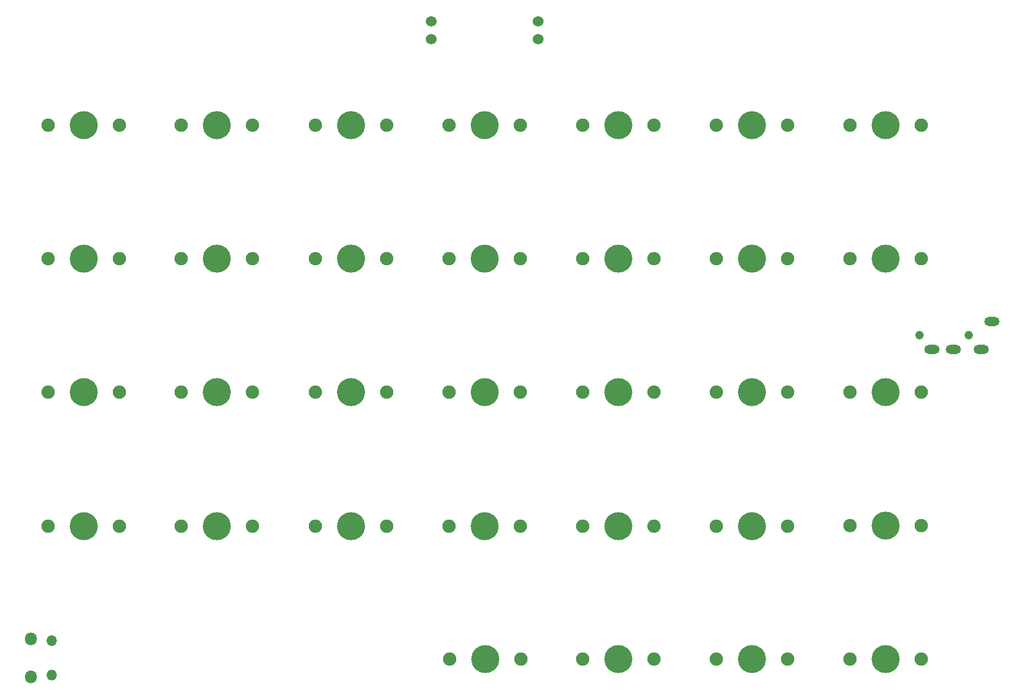
<source format=gbr>
%TF.GenerationSoftware,KiCad,Pcbnew,(7.0.0-0)*%
%TF.CreationDate,2023-03-06T00:13:20+09:00*%
%TF.ProjectId,11111_pcb,31313131-315f-4706-9362-2e6b69636164,rev?*%
%TF.SameCoordinates,Original*%
%TF.FileFunction,Soldermask,Top*%
%TF.FilePolarity,Negative*%
%FSLAX46Y46*%
G04 Gerber Fmt 4.6, Leading zero omitted, Abs format (unit mm)*
G04 Created by KiCad (PCBNEW (7.0.0-0)) date 2023-03-06 00:13:20*
%MOMM*%
%LPD*%
G01*
G04 APERTURE LIST*
%ADD10C,1.900000*%
%ADD11C,4.000000*%
%ADD12C,1.524000*%
%ADD13C,1.210000*%
%ADD14O,2.200000X1.300000*%
%ADD15O,1.800000X1.800000*%
%ADD16O,1.500000X1.500000*%
G04 APERTURE END LIST*
D10*
%TO.C,SW20*%
X215265000Y-194250000D03*
D11*
X220345000Y-194250000D03*
D10*
X225425000Y-194250000D03*
%TD*%
%TO.C,SW29*%
X120015000Y-213300000D03*
D11*
X125095000Y-213300000D03*
D10*
X130175000Y-213300000D03*
%TD*%
%TO.C,SW60*%
X234315000Y-251400000D03*
D11*
X239395000Y-251400000D03*
D10*
X244475000Y-251400000D03*
%TD*%
%TO.C,SW18*%
X177165000Y-194250000D03*
D11*
X182245000Y-194250000D03*
D10*
X187325000Y-194250000D03*
%TD*%
%TO.C,SW48*%
X215265000Y-232470000D03*
D11*
X220345000Y-232470000D03*
D10*
X225425000Y-232470000D03*
%TD*%
%TO.C,SW17*%
X158115000Y-194250000D03*
D11*
X163195000Y-194250000D03*
D10*
X168275000Y-194250000D03*
%TD*%
%TO.C,SW2*%
X138995000Y-175200000D03*
D11*
X144075000Y-175200000D03*
D10*
X149155000Y-175200000D03*
%TD*%
%TO.C,SW3*%
X158115000Y-175200000D03*
D11*
X163195000Y-175200000D03*
D10*
X168275000Y-175200000D03*
%TD*%
%TO.C,SW7*%
X234315000Y-175200000D03*
D11*
X239395000Y-175200000D03*
D10*
X244475000Y-175200000D03*
%TD*%
%TO.C,SW31*%
X158115000Y-213300000D03*
D11*
X163195000Y-213300000D03*
D10*
X168275000Y-213300000D03*
%TD*%
%TO.C,SW45*%
X158115000Y-232470000D03*
D11*
X163195000Y-232470000D03*
D10*
X168275000Y-232470000D03*
%TD*%
D12*
%TO.C,REF\u002A\u002A*%
X174660000Y-160420000D03*
X174660000Y-162960000D03*
X189900000Y-160420000D03*
X189900000Y-162960000D03*
%TD*%
D10*
%TO.C,SW57*%
X177225000Y-251400000D03*
D11*
X182305000Y-251400000D03*
D10*
X187385000Y-251400000D03*
%TD*%
%TO.C,SW1*%
X120015000Y-175200000D03*
D11*
X125095000Y-175200000D03*
D10*
X130175000Y-175200000D03*
%TD*%
%TO.C,SW34*%
X215265000Y-213300000D03*
D11*
X220345000Y-213300000D03*
D10*
X225425000Y-213300000D03*
%TD*%
%TO.C,SW15*%
X120015000Y-194250000D03*
D11*
X125095000Y-194250000D03*
D10*
X130175000Y-194250000D03*
%TD*%
D13*
%TO.C,J1*%
X244240000Y-205200000D03*
X251240000Y-205200000D03*
D14*
X254539999Y-203199999D03*
X246039999Y-207199999D03*
X249039999Y-207199999D03*
X253039999Y-207199999D03*
%TD*%
D10*
%TO.C,SW46*%
X177165000Y-232470000D03*
D11*
X182245000Y-232470000D03*
D10*
X187325000Y-232470000D03*
%TD*%
%TO.C,SW58*%
X196215000Y-251400000D03*
D11*
X201295000Y-251400000D03*
D10*
X206375000Y-251400000D03*
%TD*%
%TO.C,SW16*%
X138995000Y-194250000D03*
D11*
X144075000Y-194250000D03*
D10*
X149155000Y-194250000D03*
%TD*%
%TO.C,SW19*%
X196215000Y-194250000D03*
D11*
X201295000Y-194250000D03*
D10*
X206375000Y-194250000D03*
%TD*%
%TO.C,SW43*%
X120015000Y-232470000D03*
D11*
X125095000Y-232470000D03*
D10*
X130175000Y-232470000D03*
%TD*%
%TO.C,SW47*%
X196215000Y-232470000D03*
D11*
X201295000Y-232470000D03*
D10*
X206375000Y-232470000D03*
%TD*%
%TO.C,SW35*%
X234315000Y-213300000D03*
D11*
X239395000Y-213300000D03*
D10*
X244475000Y-213300000D03*
%TD*%
%TO.C,SW30*%
X138995000Y-213300000D03*
D11*
X144075000Y-213300000D03*
D10*
X149155000Y-213300000D03*
%TD*%
%TO.C,SW33*%
X196215000Y-213300000D03*
D11*
X201295000Y-213300000D03*
D10*
X206375000Y-213300000D03*
%TD*%
%TO.C,SW6*%
X215265000Y-175200000D03*
D11*
X220345000Y-175200000D03*
D10*
X225425000Y-175200000D03*
%TD*%
%TO.C,SW44*%
X138995000Y-232470000D03*
D11*
X144075000Y-232470000D03*
D10*
X149155000Y-232470000D03*
%TD*%
%TO.C,SW49*%
X234315000Y-232350000D03*
D11*
X239395000Y-232350000D03*
D10*
X244475000Y-232350000D03*
%TD*%
%TO.C,SW21*%
X234315000Y-194250000D03*
D11*
X239395000Y-194250000D03*
D10*
X244475000Y-194250000D03*
%TD*%
%TO.C,SW59*%
X215265000Y-251400000D03*
D11*
X220345000Y-251400000D03*
D10*
X225425000Y-251400000D03*
%TD*%
%TO.C,SW32*%
X177165000Y-213300000D03*
D11*
X182245000Y-213300000D03*
D10*
X187325000Y-213300000D03*
%TD*%
%TO.C,SW4*%
X177165000Y-175200000D03*
D11*
X182245000Y-175200000D03*
D10*
X187325000Y-175200000D03*
%TD*%
%TO.C,SW5*%
X196215000Y-175200000D03*
D11*
X201295000Y-175200000D03*
D10*
X206375000Y-175200000D03*
%TD*%
D15*
%TO.C,U1*%
X117539999Y-248509999D03*
D16*
X120569999Y-248809999D03*
X120569999Y-253659999D03*
D15*
X117539999Y-253959999D03*
%TD*%
M02*

</source>
